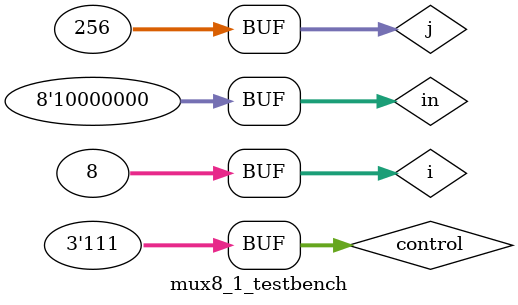
<source format=sv>
module mux8_1(out, in, control);
  output logic out;
  input logic [7:0] in;
  input logic [2:0] control;
  logic upbit, downbit;

 mux4_1 m1(.out(upbit), .i00(in[4]), .i01(in[5]), .i10(in[6]), .i11(in[7]), .sel0(control[0]), .sel1(control[1]));
 mux4_1 m0(.out(downbit), .i00(in[0]), .i01(in[1]), .i10(in[2]), .i11(in[3]), .sel0(control[0]), .sel1(control[1]));
 mux2_1 m (.out, .i0(downbit), .i1(upbit), .sel(control[2]));
endmodule

module mux8_1_testbench();
  logic out;
  logic [7:0] in;
  logic [2:0] control;

 mux8_1 dut (.out, .in, .control);

 integer i, j;
 initial begin
 for(i=0; i<8; i++) begin
	control = i; #10;
	for(j = 1; j < 256; j *= 2) begin
		in = j; #10;
		end
 end
 end
endmodule 
</source>
